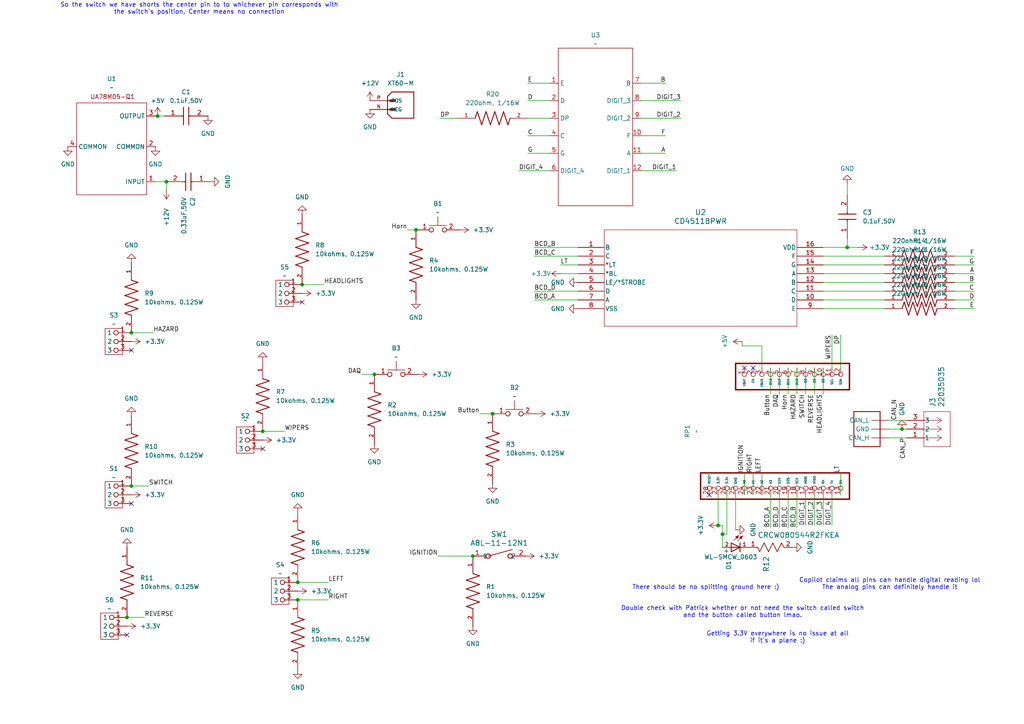
<source format=kicad_sch>
(kicad_sch (version 20231120) (generator "eeschema") (generator_version "8.0")
  (paper "A4")
  (lib_symbols
    (symbol "SMV_Custom:3-pin Mini Molex Spox" (pin_names (offset 0.254))
      (property "Reference" "J" (at 8.89 6.35 0))
      (property "Value" "22035035" (at -3.81 3.81 0))
      (property "Footprint" "SMV_Connectors:3pin_CON_22035035_MOL" (at 0 0 0))
      (symbol "3-pin Mini Molex Spox_1_1"
        (pin unspecified line (at 0 0 0) (length 5.08) (name "1") (number "1"))
        (pin unspecified line (at 0 -2.54 0) (length 5.08) (name "2") (number "2"))
        (pin unspecified line (at 0 -5.08 0) (length 5.08) (name "3") (number "3"))
      )
      (symbol "3-pin Mini Molex Spox_1_2"
        (pin unspecified line (at 0 0 0) (length 5.08) (name "1") (number "1"))
        (pin unspecified line (at 0 -2.54 0) (length 5.08) (name "2") (number "2"))
        (pin unspecified line (at 0 -5.08 0) (length 5.08) (name "3") (number "3"))
      )
    )
    (symbol "SMV_Custom:A8L-11-12N1" (pin_names (offset 0.254))
      (property "Reference" "SW" (at 7.62 3.81 0))
      (property "Value" "A8L-11-12N1" (at 0 0 0))
      (symbol "A8L-11-12N1_0_1"
        (pin passive line (at 0 0 0) (length 2.54) (name "1") (number "1"))
      )
      (symbol "A8L-11-12N1_1_1"
        (pin passive line (at 15.24 0 180) (length 2.54) (name "2") (number "2"))
      )
    )
    (symbol "SMV_Custom:C0805C104K5RACTU" (pin_names hide)
      (property "Reference" "C" (at 5.588 4.572 0))
      (property "Value" "0.1uF,50V" (at 8.89 3.81 0))
      (symbol "C0805C104K5RACTU_1_1"
        (pin passive line (at 0 0 0) (length 5.08) (name "1") (number "1"))
        (pin passive line (at 12.7 0 180) (length 5.08) (name "2") (number "2"))
      )
    )
    (symbol "SMV_Custom:C0805C334K5RACTU" (pin_names hide)
      (property "Reference" "C" (at 8.89 6.35 0))
      (property "Value" "0.33uF,50V" (at 8.89 3.81 0))
      (symbol "C0805C334K5RACTU_1_1"
        (pin passive line (at 0 0 0) (length 5.08) (name "1") (number "1"))
        (pin passive line (at 12.7 0 180) (length 5.08) (name "2") (number "2"))
      )
    )
    (symbol "SMV_Custom:CD4511BPWR" (pin_names (offset 0.254))
      (property "Reference" "U" (at 35.56 10.16 0))
      (property "Value" "CD4511BPWR" (at 35.56 7.62 0))
      (symbol "CD4511BPWR_0_1"
        (pin unspecified line (at 0 0 0) (length 7.62) (name "B") (number "1"))
        (pin unspecified line (at 71.12 -15.24 180) (length 7.62) (name "D") (number "10"))
        (pin unspecified line (at 71.12 -12.7 180) (length 7.62) (name "C") (number "11"))
        (pin unspecified line (at 71.12 -10.16 180) (length 7.62) (name "B") (number "12"))
        (pin unspecified line (at 71.12 -7.62 180) (length 7.62) (name "A") (number "13"))
        (pin unspecified line (at 71.12 -5.08 180) (length 7.62) (name "G") (number "14"))
        (pin unspecified line (at 71.12 -2.54 180) (length 7.62) (name "F") (number "15"))
        (pin power_in line (at 71.12 0 180) (length 7.62) (name "VDD") (number "16"))
        (pin unspecified line (at 0 -2.54 0) (length 7.62) (name "C") (number "2"))
        (pin unspecified line (at 0 -5.08 0) (length 7.62) (name "*LT") (number "3"))
        (pin unspecified line (at 0 -7.62 0) (length 7.62) (name "*BL") (number "4"))
        (pin unspecified line (at 0 -10.16 0) (length 7.62) (name "LE/*STROBE") (number "5"))
        (pin unspecified line (at 0 -12.7 0) (length 7.62) (name "D") (number "6"))
        (pin unspecified line (at 0 -15.24 0) (length 7.62) (name "A") (number "7"))
        (pin power_in line (at 0 -17.78 0) (length 7.62) (name "VSS") (number "8"))
        (pin unspecified line (at 71.12 -17.78 180) (length 7.62) (name "E") (number "9"))
      )
    )
    (symbol "SMV_Custom:CRCW0402220RFKEDC" (pin_names (offset 1.016))
      (property "Reference" "R" (at -7.6244 2.5415 0))
      (property "Value" "220ohm, 1/16W" (at -7.63 -5.0866 0))
      (symbol "CRCW0402220RFKEDC_0_0"
        (pin passive line (at -10.16 0 0) (length 5.08) (name "~") (number "1"))
        (pin passive line (at 10.16 0 180) (length 5.08) (name "~") (number "2"))
      )
    )
    (symbol "SMV_Custom:CRCW080510K0FKEAC" (pin_names (offset 1.016))
      (property "Reference" "R" (at -0.508 3.81 0))
      (property "Value" "10kohms, 0.125W" (at -7.63 -5.0866 0))
      (symbol "CRCW080510K0FKEAC_0_0"
        (pin passive line (at -10.16 0 0) (length 5.08) (name "~") (number "1"))
        (pin passive line (at 10.16 0 180) (length 5.08) (name "~") (number "2"))
      )
    )
    (symbol "SMV_Custom:CRCW080544R2FKEA" (pin_names (offset 0.254))
      (property "Reference" "R" (at 5.715 3.81 0))
      (property "Value" "CRCW080544R2FKEA" (at 6.35 -3.81 0))
      (symbol "CRCW080544R2FKEA_1_1"
        (pin unspecified line (at 12.7 0 180) (length 2.54) (name "") (number "1"))
        (pin unspecified line (at 0 0 0) (length 2.54) (name "") (number "2"))
      )
      (symbol "CRCW080544R2FKEA_1_2"
        (pin unspecified line (at 0 12.7 270) (length 2.54) (name "") (number "1"))
        (pin unspecified line (at 0 0 90) (length 2.54) (name "") (number "2"))
      )
    )
    (symbol "SMV_Custom:RP2040"
      (property "Reference" "RP" (at 0 39.37 0))
      (symbol "RP2040_1_0"
        (pin passive inverted (at 17.78 21.59 180) (length 2.54) (name "VBAT") (number "1"))
        (pin passive inverted (at 17.78 -1.27 180) (length 2.54) (name "D5") (number "10"))
        (pin passive inverted (at 17.78 -3.81 180) (length 2.54) (name "SCL") (number "11"))
        (pin passive inverted (at 17.78 -6.35 180) (length 2.54) (name "SDA") (number "12"))
        (pin passive inverted (at -19.05 -6.35 0) (length 2.54) (name "D4") (number "13"))
        (pin passive inverted (at -19.05 -3.81 0) (length 2.54) (name "TX") (number "14"))
        (pin passive inverted (at -19.05 -1.27 0) (length 2.54) (name "RX") (number "15"))
        (pin passive inverted (at -19.05 1.27 0) (length 2.54) (name "MISO") (number "16"))
        (pin passive inverted (at -19.05 3.81 0) (length 2.54) (name "MOSI") (number "17"))
        (pin passive inverted (at -19.05 6.35 0) (length 2.54) (name "SCK") (number "18"))
        (pin passive inverted (at -19.05 8.89 0) (length 2.54) (name "D25") (number "19"))
        (pin passive inverted (at 17.78 19.05 180) (length 2.54) (name "EN") (number "2"))
        (pin passive inverted (at -19.05 11.43 0) (length 2.54) (name "D24") (number "20"))
        (pin passive inverted (at -19.05 13.97 0) (length 2.54) (name "A3") (number "21"))
        (pin passive inverted (at -19.05 16.51 0) (length 2.54) (name "A2") (number "22"))
        (pin passive inverted (at -19.05 19.05 0) (length 2.54) (name "A1") (number "23"))
        (pin passive inverted (at -19.05 21.59 0) (length 2.54) (name "A0") (number "24"))
        (pin passive inverted (at -19.05 24.13 0) (length 2.54) (name "GND") (number "25"))
        (pin passive inverted (at -19.05 26.67 0) (length 2.54) (name "3.3V") (number "26"))
        (pin passive inverted (at -19.05 29.21 0) (length 2.54) (name "3.3V") (number "27"))
        (pin passive inverted (at -19.05 31.75 0) (length 2.54) (name "RESET") (number "28"))
        (pin passive line (at 2.54 -20.32 90) (length 5.08) (name "CAN_L") (number "29"))
        (pin passive inverted (at 17.78 16.51 180) (length 2.54) (name "VBUS") (number "3"))
        (pin passive line (at 0 -20.32 90) (length 5.08) (name "GND") (number "30"))
        (pin passive line (at -2.54 -20.32 90) (length 5.08) (name "CAN_H") (number "31"))
        (pin passive inverted (at 17.78 13.97 180) (length 2.54) (name "D13") (number "4"))
        (pin passive inverted (at 17.78 11.43 180) (length 2.54) (name "D12") (number "5"))
        (pin passive inverted (at 17.78 8.89 180) (length 2.54) (name "D11") (number "6"))
        (pin passive inverted (at 17.78 6.35 180) (length 2.54) (name "D10") (number "7"))
        (pin passive inverted (at 17.78 3.81 180) (length 2.54) (name "D9") (number "8"))
        (pin passive inverted (at 17.78 1.27 180) (length 2.54) (name "D6") (number "9"))
      )
    )
    (symbol "SMV_Custom:Seven_Seg_Display"
      (property "Reference" "U" (at 0 9.398 0))
      (symbol "Seven_Seg_Display_1_1"
        (pin input line (at -12.7 -24.13 90) (length 2.54) (name "E") (number "1"))
        (pin input line (at 2.54 2.54 270) (length 2.54) (name "F") (number "10"))
        (pin input line (at 7.62 2.54 270) (length 2.54) (name "A") (number "11"))
        (pin input line (at 12.7 2.54 270) (length 2.54) (name "DIGIT_1") (number "12"))
        (pin input line (at -7.62 -24.13 90) (length 2.54) (name "D") (number "2"))
        (pin input line (at -2.54 -24.13 90) (length 2.54) (name "DP") (number "3"))
        (pin input line (at 2.54 -24.13 90) (length 2.54) (name "C") (number "4"))
        (pin input line (at 7.62 -24.13 90) (length 2.54) (name "G") (number "5"))
        (pin input line (at 12.7 -24.13 90) (length 2.54) (name "DIGIT_4") (number "6"))
        (pin input line (at -12.7 2.54 270) (length 2.54) (name "B") (number "7"))
        (pin input line (at -7.62 2.54 270) (length 2.54) (name "DIGIT_3") (number "8"))
        (pin input line (at -2.54 2.54 270) (length 2.54) (name "DIGIT_2") (number "9"))
      )
    )
    (symbol "SMV_Custom:Twidec_Button"
      (property "Reference" "B" (at 0 3.556 0))
      (symbol "Twidec_Button_1_0"
        (pin passive inverted (at -6.35 -2.54 0) (length 5.08) (name "1") (number "1"))
        (pin passive inverted (at 6.35 -2.54 180) (length 5.08) (name "2") (number "2"))
      )
    )
    (symbol "SMV_Custom:UA78M05-Q1"
      (property "Reference" "U" (at 0 3.302 0))
      (symbol "UA78M05-Q1_1_1"
        (text "UA78M05-Q1" (at 0.254 0.508 0) (effects (font (size 1.27 1.27))))
        (pin power_in line (at 12.7 -24.13 180) (length 2.54) (name "INPUT") (number "1"))
        (pin power_in line (at 12.7 -13.97 180) (length 2.54) (name "COMMON") (number "2"))
        (pin power_out line (at 12.7 -5.08 180) (length 2.54) (name "OUTPUT") (number "3"))
        (pin power_in line (at -12.7 -13.97 0) (length 2.54) (name "COMMON") (number "4"))
      )
    )
    (symbol "SMV_Custom:WL-SMCW_0603" (pin_names (offset 1.016))
      (property "Reference" "D" (at -1.988 3.972 0))
      (property "Value" "WL-SMCW_0603" (at -2.628 -3.928 0))
      (symbol "WL-SMCW_0603_0_0"
        (text "+" (at 3.08 -1.74 0) (effects (font (size 1.27 1.27)) (justify left bottom)))
        (pin passive line (at -2.54 0 0) (length 2.54) (name "~") (number "1"))
        (pin passive line (at 5.08 0 180) (length 2.54) (name "~") (number "2"))
      )
    )
    (symbol "SMV_Custom:XT60-M" (pin_names (offset 1.016))
      (property "Reference" "J" (at 0 6.35 0))
      (property "Value" "XT60-M" (at 0 -5.08 0))
      (symbol "XT60-M_0_0"
        (pin passive line (at -5.08 0 0) (length 5.08) (name "NEG") (number "N"))
        (pin passive line (at -5.08 2.54 0) (length 5.08) (name "POS") (number "P"))
      )
    )
    (symbol "TAISS_3_Pin_Switch_1"
      (property "Reference" "S" (at 0 6.096 0))
      (symbol "TAISS_3_Pin_Switch_1_1_0"
        (pin passive inverted (at 5.08 3.81 180) (length 5.08) (name "1") (number "1"))
        (pin passive inverted (at 5.08 1.27 180) (length 5.08) (name "2") (number "2"))
        (pin passive inverted (at 5.08 -1.27 180) (length 5.08) (name "3") (number "3"))
      )
    )
    (symbol "TAISS_3_Pin_Switch_2"
      (property "Reference" "S" (at 0 6.096 0))
      (symbol "TAISS_3_Pin_Switch_2_1_0"
        (pin passive inverted (at 5.08 3.81 180) (length 5.08) (name "1") (number "1"))
        (pin passive inverted (at 5.08 1.27 180) (length 5.08) (name "2") (number "2"))
        (pin passive inverted (at 5.08 -1.27 180) (length 5.08) (name "3") (number "3"))
      )
    )
    (symbol "TAISS_3_Pin_Switch_3"
      (property "Reference" "S" (at 0 6.096 0))
      (symbol "TAISS_3_Pin_Switch_3_1_0"
        (pin passive inverted (at 5.08 3.81 180) (length 5.08) (name "1") (number "1"))
        (pin passive inverted (at 5.08 1.27 180) (length 5.08) (name "2") (number "2"))
        (pin passive inverted (at 5.08 -1.27 180) (length 5.08) (name "3") (number "3"))
      )
    )
    (symbol "TAISS_3_Pin_Switch_4"
      (property "Reference" "S" (at 0 6.096 0))
      (symbol "TAISS_3_Pin_Switch_4_1_0"
        (pin passive inverted (at 5.08 3.81 180) (length 5.08) (name "1") (number "1"))
        (pin passive inverted (at 5.08 1.27 180) (length 5.08) (name "2") (number "2"))
        (pin passive inverted (at 5.08 -1.27 180) (length 5.08) (name "3") (number "3"))
      )
    )
    (symbol "TAISS_3_Pin_Switch_5"
      (property "Reference" "S" (at 0 6.096 0))
      (symbol "TAISS_3_Pin_Switch_5_1_0"
        (pin passive inverted (at 5.08 3.81 180) (length 5.08) (name "1") (number "1"))
        (pin passive inverted (at 5.08 1.27 180) (length 5.08) (name "2") (number "2"))
        (pin passive inverted (at 5.08 -1.27 180) (length 5.08) (name "3") (number "3"))
      )
    )
    (symbol "TAISS_3_Pin_Switch_6"
      (property "Reference" "S" (at 0 6.096 0))
      (symbol "TAISS_3_Pin_Switch_6_1_0"
        (pin passive inverted (at 5.08 3.81 180) (length 5.08) (name "1") (number "1"))
        (pin passive inverted (at 5.08 1.27 180) (length 5.08) (name "2") (number "2"))
        (pin passive inverted (at 5.08 -1.27 180) (length 5.08) (name "3") (number "3"))
      )
    )
    (symbol "power:+12V" (power) (pin_numbers hide) (pin_names (offset 0) hide)
      (property "Value" "+12V" (at 0 3.556 0))
      (symbol "+12V_1_1"
        (pin power_in line (at 0 0 90) (length 0) (name "~") (number "1"))
      )
    )
    (symbol "power:+3.3V" (power) (pin_numbers hide) (pin_names (offset 0) hide)
      (property "Value" "+3.3V" (at 0 3.556 0))
      (symbol "+3.3V_1_1"
        (pin power_in line (at 0 0 90) (length 0) (name "~") (number "1"))
      )
    )
    (symbol "power:+5V" (power) (pin_numbers hide) (pin_names (offset 0) hide)
      (property "Value" "+5V" (at 0 3.556 0))
      (symbol "+5V_1_1"
        (pin power_in line (at 0 0 90) (length 0) (name "~") (number "1"))
      )
    )
    (symbol "power:GND" (power) (pin_numbers hide) (pin_names (offset 0) hide)
      (property "Value" "GND" (at 0 -3.81 0))
      (symbol "GND_1_1"
        (pin power_in line (at 0 0 270) (length 0) (name "~") (number "1"))
      )
    )
  )
  (junction (at 87.63 82.55))
  (junction (at 261.62 124.46))
  (junction (at 137.16 161.29))
  (junction (at 38.1 140.97))
  (junction (at 45.72 33.655))
  (junction (at 86.36 173.99))
  (junction (at 86.36 168.91))
  (junction (at 208.28 152.4))
  (junction (at 76.2 125.095))
  (junction (at 36.83 179.07))
  (junction (at 38.1 96.52))
  (junction (at 245.745 71.755))
  (junction (at 142.875 120.015))
  (junction (at 120.65 66.675))
  (junction (at 108.585 108.585))
  (junction (at 48.26 52.705))
  (junction (at 209.55 154.94))
  (no_connect (at 76.2 130.175))
  (no_connect (at 87.63 87.63))
  (no_connect (at 36.83 184.15))
  (no_connect (at 205.74 143.51))
  (no_connect (at 215.9 106.68))
  (no_connect (at 38.1 101.6))
  (no_connect (at 38.1 146.05))
  (no_connect (at 218.44 106.68))
  (wire (pts (xy 154.94 84.455) (xy 167.64 84.455)))
  (wire (pts (xy 162.56 79.375) (xy 167.64 79.375)))
  (wire (pts (xy 218.44 137.16) (xy 218.44 143.51)))
  (wire (pts (xy 209.55 152.4) (xy 209.55 154.94)))
  (wire (pts (xy 45.085 33.655) (xy 45.72 33.655)))
  (wire (pts (xy 257.81 127) (xy 262.89 127)))
  (wire (pts (xy 209.55 154.94) (xy 210.82 154.94)))
  (wire (pts (xy 231.14 143.51) (xy 231.14 153.035)))
  (wire (pts (xy 223.52 143.51) (xy 223.52 153.035)))
  (wire (pts (xy 159.385 29.21) (xy 153.035 29.21)))
  (wire (pts (xy 48.26 52.705) (xy 48.26 55.245)))
  (wire (pts (xy 76.2 125.095) (xy 82.55 125.095)))
  (wire (pts (xy 139.065 120.015) (xy 142.875 120.015)))
  (wire (pts (xy 154.94 86.995) (xy 167.64 86.995)))
  (wire (pts (xy 220.98 137.16) (xy 220.98 143.51)))
  (wire (pts (xy 243.84 137.16) (xy 243.84 143.51)))
  (wire (pts (xy 276.86 89.535) (xy 282.575 89.535)))
  (wire (pts (xy 243.84 97.155) (xy 243.84 106.68)))
  (wire (pts (xy 215.265 100.33) (xy 220.98 100.33)))
  (wire (pts (xy 226.06 106.68) (xy 226.06 114.3)))
  (wire (pts (xy 38.1 96.52) (xy 44.45 96.52)))
  (wire (pts (xy 104.775 108.585) (xy 108.585 108.585)))
  (wire (pts (xy 276.86 86.995) (xy 282.575 86.995)))
  (wire (pts (xy 153.035 34.29) (xy 159.385 34.29)))
  (wire (pts (xy 238.76 74.295) (xy 256.54 74.295)))
  (wire (pts (xy 238.76 89.535) (xy 256.54 89.535)))
  (wire (pts (xy 162.56 76.835) (xy 167.64 76.835)))
  (wire (pts (xy 276.86 84.455) (xy 282.575 84.455)))
  (wire (pts (xy 213.36 153.67) (xy 213.36 143.51)))
  (wire (pts (xy 38.1 140.97) (xy 43.18 140.97)))
  (wire (pts (xy 238.76 79.375) (xy 256.54 79.375)))
  (wire (pts (xy 154.94 74.295) (xy 167.64 74.295)))
  (wire (pts (xy 209.55 154.94) (xy 209.55 158.75)))
  (wire (pts (xy 238.76 81.915) (xy 256.54 81.915)))
  (wire (pts (xy 231.14 106.68) (xy 231.14 114.3)))
  (wire (pts (xy 233.68 106.68) (xy 233.68 114.3)))
  (wire (pts (xy 45.085 52.705) (xy 48.26 52.705)))
  (wire (pts (xy 36.83 179.07) (xy 41.91 179.07)))
  (wire (pts (xy 238.76 84.455) (xy 256.54 84.455)))
  (wire (pts (xy 86.36 168.91) (xy 95.25 168.91)))
  (wire (pts (xy 245.745 71.755) (xy 238.76 71.755)))
  (wire (pts (xy 228.6 143.51) (xy 228.6 153.035)))
  (wire (pts (xy 186.055 24.13) (xy 193.04 24.13)))
  (wire (pts (xy 248.92 71.755) (xy 245.745 71.755)))
  (wire (pts (xy 193.04 44.45) (xy 186.055 44.45)))
  (wire (pts (xy 186.055 29.21) (xy 197.485 29.21)))
  (wire (pts (xy 153.035 44.45) (xy 159.385 44.45)))
  (wire (pts (xy 241.3 143.51) (xy 241.3 152.4)))
  (wire (pts (xy 257.81 124.46) (xy 261.62 124.46)))
  (wire (pts (xy 238.76 76.835) (xy 256.54 76.835)))
  (wire (pts (xy 276.86 81.915) (xy 282.575 81.915)))
  (wire (pts (xy 127.635 34.29) (xy 132.715 34.29)))
  (wire (pts (xy 223.52 106.68) (xy 223.52 114.3)))
  (wire (pts (xy 261.62 124.46) (xy 262.89 124.46)))
  (wire (pts (xy 226.06 143.51) (xy 226.06 153.035)))
  (wire (pts (xy 245.745 69.215) (xy 245.745 71.755)))
  (wire (pts (xy 276.86 76.835) (xy 282.575 76.835)))
  (wire (pts (xy 228.6 106.68) (xy 228.6 114.3)))
  (wire (pts (xy 159.385 39.37) (xy 153.035 39.37)))
  (wire (pts (xy 241.3 97.155) (xy 241.3 106.68)))
  (wire (pts (xy 245.745 53.34) (xy 245.745 56.515)))
  (wire (pts (xy 210.82 154.94) (xy 210.82 143.51)))
  (wire (pts (xy 215.9 137.16) (xy 215.9 143.51)))
  (wire (pts (xy 236.22 106.68) (xy 236.22 114.3)))
  (wire (pts (xy 215.265 100.33) (xy 215.265 99.06)))
  (wire (pts (xy 159.385 24.13) (xy 153.035 24.13)))
  (wire (pts (xy 150.495 49.53) (xy 159.385 49.53)))
  (wire (pts (xy 276.86 79.375) (xy 282.575 79.375)))
  (wire (pts (xy 208.28 152.4) (xy 209.55 152.4)))
  (wire (pts (xy 186.055 49.53) (xy 196.215 49.53)))
  (wire (pts (xy 220.98 100.33) (xy 220.98 106.68)))
  (wire (pts (xy 87.63 82.55) (xy 93.98 82.55)))
  (wire (pts (xy 233.68 143.51) (xy 233.68 152.4)))
  (wire (pts (xy 208.28 152.4) (xy 208.28 143.51)))
  (wire (pts (xy 154.94 71.755) (xy 167.64 71.755)))
  (wire (pts (xy 276.86 74.295) (xy 282.575 74.295)))
  (wire (pts (xy 238.76 143.51) (xy 238.76 152.4)))
  (wire (pts (xy 118.11 66.675) (xy 120.65 66.675)))
  (wire (pts (xy 86.36 173.99) (xy 95.25 173.99)))
  (wire (pts (xy 127 161.29) (xy 137.16 161.29)))
  (wire (pts (xy 257.81 121.92) (xy 262.89 121.92)))
  (wire (pts (xy 193.04 39.37) (xy 186.055 39.37)))
  (wire (pts (xy 238.76 106.68) (xy 238.76 114.3)))
  (wire (pts (xy 45.72 33.655) (xy 47.625 33.655)))
  (wire (pts (xy 238.76 86.995) (xy 256.54 86.995)))
  (wire (pts (xy 186.055 34.29) (xy 197.485 34.29)))
  (wire (pts (xy 236.22 143.51) (xy 236.22 152.4)))
  (text "Getting 3.3V everywhere is no issue at all\nif it's a plane :)" (at 225.552 184.912 0) (effects (font (size 1.27 1.27))))
  (text "I'm relatively confident that I can alter the footprint sizes, even after\nI finish the pcb layout. So finish the project during winter break.\nFix all footprints during week 1.\n" (at 60.579 -9.906 0) (effects (font (size 1.27 1.27))))
  (text "There should be no splitting ground here :)" (at 204.724 170.434 0) (effects (font (size 1.27 1.27))))
  (text "Copilot claims all pins can handle digital reading lol\nThe analog pins can definitely handle it" (at 258.064 169.418 0) (effects (font (size 1.27 1.27))))
  (text "Double check with Patrick whether or not need the switch called switch\nand the button called button lmao." (at 215.392 177.546 0) (effects (font (size 1.27 1.27))))
  (text "So the switch we have shorts the center pin to to whichever pin corresponds with\nthe switch's position. Center means no connection" (at 57.785 2.54 0) (effects (font (size 1.27 1.27))))
  (label "Button" (at 223.52 114.3 270))
  (label "A" (at 282.575 79.375 180))
  (label "D" (at 153.035 29.21 0))
  (label "DAQ" (at 104.775 108.585 180))
  (label "C" (at 282.575 84.455 180))
  (label "BCD_A" (at 154.94 86.995 0))
  (label "RIGHT" (at 95.25 173.99 0))
  (label "BCD_C" (at 154.94 74.295 0))
  (label "SWITCH" (at 43.18 140.97 0))
  (label "IGNITION" (at 127 161.29 180))
  (label "REVERSE" (at 41.91 179.07 0))
  (label "BCD_D" (at 154.94 84.455 0))
  (label "B" (at 193.04 24.13 180))
  (label "BCD_D" (at 226.06 153.035 90))
  (label "DP" (at 127.635 34.29 0))
  (label "IGNITION" (at 215.9 137.16 90))
  (label "RIGHT" (at 218.44 137.16 90))
  (label "DIGIT_2" (at 197.485 34.29 180))
  (label "HAZARD" (at 44.45 96.52 0))
  (label "HAZARD" (at 231.14 114.3 270))
  (label "E" (at 153.035 24.13 0))
  (label "B" (at 282.575 81.915 180))
  (label "DIGIT_1" (at 196.215 49.53 180))
  (label "F" (at 282.575 74.295 180))
  (label "REVERSE" (at 236.22 114.3 270))
  (label "DIGIT_4" (at 150.495 49.53 0))
  (label "DIGIT_3" (at 238.76 152.4 90))
  (label "BCD_B" (at 231.14 153.035 90))
  (label "D" (at 282.575 86.995 180))
  (label "DIGIT_2" (at 236.22 152.4 90))
  (label "WIPERS" (at 241.3 97.155 270))
  (label "LT" (at 162.56 76.835 0))
  (label "BCD_C" (at 228.6 153.035 90))
  (label "F" (at 193.04 39.37 180))
  (label "LEFT" (at 95.25 168.91 0))
  (label "Button" (at 139.065 120.015 180))
  (label "DAQ" (at 226.06 114.3 270))
  (label "E" (at 282.575 89.535 180))
  (label "CAN_N" (at 260.35 121.92 90))
  (label "BCD_B" (at 154.94 71.755 0))
  (label "BCD_A" (at 223.52 153.035 90))
  (label "WIPERS" (at 82.55 125.095 0))
  (label "CAN_P" (at 262.89 127 270))
  (label "DP" (at 243.84 97.155 270))
  (label "DIGIT_3" (at 197.485 29.21 180))
  (label "DIGIT_4" (at 241.3 152.4 90))
  (label "G" (at 282.575 76.835 180))
  (label "HEADLIGHTS" (at 93.98 82.55 0))
  (label "LT" (at 243.84 137.16 90))
  (label "HEADLIGHTS" (at 238.76 114.3 270))
  (label "C" (at 153.035 39.37 0))
  (label "DIGIT_1" (at 233.68 152.4 90))
  (label "G" (at 153.035 44.45 0))
  (label "Horn" (at 228.6 114.3 270))
  (label "SWITCH" (at 233.68 114.3 270))
  (label "Horn" (at 118.11 66.675 180))
  (label "A" (at 193.04 44.45 180))
  (label "LEFT" (at 220.98 137.16 90))
  (symbol (lib_id "SMV_Custom:CRCW0402220RFKEDC") (at 266.7 84.455 0) (unit 1)
    (property "Reference" "R17" (at 266.7 77.47 0))
    (property "Value" "220ohm, 1/16W" (at 266.7 80.01 0))
    (property "Footprint" "SMV_Passives:RESC1005X35N" (effects (hide yes)))
  )
  (symbol (lib_id "SMV_Custom:CRCW0402220RFKEDC") (at 266.7 89.535 0) (unit 1)
    (property "Reference" "R19" (at 266.7 82.55 0))
    (property "Value" "220ohm, 1/16W" (at 266.7 85.09 0))
    (property "Footprint" "SMV_Passives:RESC1005X35N" (effects (hide yes)))
  )
  (symbol (lib_id "power:+3.3V") (at 121.285 108.585 270) (unit 1)
    (property "Reference" "#PWR013" (effects (hide yes)))
    (property "Value" "+3.3V" (at 125.095 108.5849 90) (effects (justify left)))
    (property "Description" "Power symbol creates a global label with name \"+3.3V\"" (effects (hide yes)))
  )
  (symbol (lib_id "power:+12V") (at 107.315 29.21 0) (unit 1)
    (property "Reference" "#PWR033" (effects (hide yes)))
    (property "Value" "+12V" (at 107.315 24.13 0))
    (property "Description" "Power symbol creates a global label with name \"+12V\"" (effects (hide yes)))
  )
  (symbol (lib_id "SMV_Custom:3-pin Mini Molex Spox") (at 262.89 127 0) (mirror x) (unit 1)
    (property "Reference" "J3" (at 270.5099 118.11 90) (effects (font (size 1.524 1.524)) (justify right)))
    (property "Value" "22035035" (at 273.0499 118.11 90) (effects (font (size 1.524 1.524)) (justify right)))
    (property "Footprint" "SMV_Connectors:3pin_CON_22035035_MOL" (effects (hide yes)))
    (property "Datasheet" "3-pin Mini Molex Spox" (effects (hide yes)))
  )
  (symbol (lib_id "power:+3.3V") (at 208.28 152.4 90) (unit 1)
    (property "Reference" "#PWR09" (effects (hide yes)))
    (property "Value" "+3.3V" (at 203.2 152.4 0))
    (property "Description" "Power symbol creates a global label with name \"+3.3V\"" (effects (hide yes)))
  )
  (symbol (lib_id "power:GND") (at 38.1 120.65 180) (unit 1)
    (property "Reference" "#PWR028" (effects (hide yes)))
    (property "Value" "GND" (at 38.1 115.57 0))
    (property "Description" "Power symbol creates a global label with name \"GND\" , ground" (effects (hide yes)))
  )
  (symbol (lib_name "TAISS_3_Pin_Switch_6") (lib_id "SMV_Custom:TAISS_3_Pin_Switch") (at 81.28 172.72 0) (unit 1)
    (property "Reference" "S4" (at 81.28 163.83 0))
    (property "Value" "~" (at 81.28 166.37 0))
    (property "Footprint" "SMV_Connectors:Switches" (effects (hide yes)))
  )
  (symbol (lib_id "power:+3.3V") (at 36.83 181.61 270) (unit 1)
    (property "Reference" "#PWR024" (effects (hide yes)))
    (property "Value" "+3.3V" (at 40.64 181.6099 90) (effects (justify left)))
    (property "Description" "Power symbol creates a global label with name \"+3.3V\"" (effects (hide yes)))
  )
  (symbol (lib_id "power:GND") (at 86.36 194.31 0) (unit 1)
    (property "Reference" "#PWR026" (effects (hide yes)))
    (property "Value" "GND" (at 86.36 199.39 0))
    (property "Description" "Power symbol creates a global label with name \"GND\" , ground" (effects (hide yes)))
  )
  (symbol (lib_id "SMV_Custom:CRCW0402220RFKEDC") (at 142.875 34.29 0) (unit 1)
    (property "Reference" "R20" (at 142.875 27.305 0))
    (property "Value" "220ohm, 1/16W" (at 142.875 29.845 0))
    (property "Footprint" "SMV_Passives:RESC1005X35N" (effects (hide yes)))
  )
  (symbol (lib_id "power:GND") (at 76.2 104.775 180) (unit 1)
    (property "Reference" "#PWR031" (effects (hide yes)))
    (property "Value" "GND" (at 76.2 99.695 0))
    (property "Description" "Power symbol creates a global label with name \"GND\" , ground" (effects (hide yes)))
  )
  (symbol (lib_id "SMV_Custom:Seven_Seg_Display") (at 183.515 36.83 270) (unit 1)
    (property "Reference" "U3" (at 172.72 10.16 90))
    (property "Value" "~" (at 172.72 12.7 90))
    (property "Footprint" "SMV_ICs:Seven_Seg_display" (effects (hide yes)))
  )
  (symbol (lib_id "SMV_Custom:CRCW0402220RFKEDC") (at 266.7 79.375 0) (unit 1)
    (property "Reference" "R15" (at 266.7 72.39 0))
    (property "Value" "220ohm, 1/16W" (at 266.7 74.93 0))
    (property "Footprint" "SMV_Passives:RESC1005X35N" (effects (hide yes)))
  )
  (symbol (lib_id "SMV_Custom:CRCW0402220RFKEDC") (at 266.7 74.295 0) (unit 1)
    (property "Reference" "R13" (at 266.7 67.31 0))
    (property "Value" "220ohm, 1/16W" (at 266.7 69.85 0))
    (property "Footprint" "SMV_Passives:RESC1005X35N" (effects (hide yes)))
  )
  (symbol (lib_id "SMV_Custom:CRCW080510K0FKEAC") (at 38.1 86.36 270) (unit 1)
    (property "Reference" "R9" (at 41.91 85.0899 90) (effects (justify left)))
    (property "Value" "10kohms, 0.125W" (at 41.91 87.6299 90) (effects (justify left)))
    (property "Footprint" "SMV_Passives:0805RESC2012X60N" (effects (hide yes)))
    (property "MF" "Vishay Dale" (effects (hide yes)))
    (property "Description_1" "\n                        \n                            10 kOhms ±1% 0.125W, 1/8W Chip Resistor 0805 (2012 Metric) - Thick Film\n                        \n" (effects (hide yes)))
    (property "Package" "2012 Vishay" (effects (hide yes)))
    (property "Price" "None" (effects (hide yes)))
    (property "SnapEDA_Link" "https://www.snapeda.com/parts/CRCW080510K0FKEAC/Vishay+Dale/view-part/?ref=snap" (effects (hide yes)))
    (property "MP" "CRCW080510K0FKEAC" (effects (hide yes)))
    (property "Availability" "In Stock" (effects (hide yes)))
    (property "Check_prices" "https://www.snapeda.com/parts/CRCW080510K0FKEAC/Vishay+Dale/view-part/?ref=eda" (effects (hide yes)))
  )
  (symbol (lib_id "power:GND") (at 261.62 124.46 180) (unit 1)
    (property "Reference" "#PWR07" (effects (hide yes)))
    (property "Value" "GND" (at 261.6199 120.65 90) (effects (justify right)))
    (property "Description" "Power symbol creates a global label with name \"GND\" , ground" (effects (hide yes)))
  )
  (symbol (lib_id "power:GND") (at 86.36 148.59 180) (unit 1)
    (property "Reference" "#PWR025" (effects (hide yes)))
    (property "Value" "GND" (at 86.36 143.51 0))
    (property "Description" "Power symbol creates a global label with name \"GND\" , ground" (effects (hide yes)))
  )
  (symbol (lib_id "power:+3.3V") (at 86.36 171.45 270) (unit 1)
    (property "Reference" "#PWR021" (effects (hide yes)))
    (property "Value" "+3.3V" (at 90.17 171.4499 90) (effects (justify left)))
    (property "Description" "Power symbol creates a global label with name \"+3.3V\"" (effects (hide yes)))
  )
  (symbol (lib_name "TAISS_3_Pin_Switch_3") (lib_id "SMV_Custom:TAISS_3_Pin_Switch") (at 31.75 182.88 0) (unit 1)
    (property "Reference" "S6" (at 31.75 173.99 0))
    (property "Value" "~" (at 31.75 176.53 0))
    (property "Footprint" "SMV_Connectors:Switches" (effects (hide yes)))
  )
  (symbol (lib_id "power:GND") (at 213.36 153.67 90) (unit 1)
    (property "Reference" "#PWR010" (effects (hide yes)))
    (property "Value" "GND" (at 218.44 153.67 0))
    (property "Description" "Power symbol creates a global label with name \"GND\" , ground" (effects (hide yes)))
  )
  (symbol (lib_id "SMV_Custom:CRCW080510K0FKEAC") (at 38.1 130.81 270) (unit 1)
    (property "Reference" "R10" (at 41.91 129.5399 90) (effects (justify left)))
    (property "Value" "10kohms, 0.125W" (at 41.91 132.0799 90) (effects (justify left)))
    (property "Footprint" "SMV_Passives:0805RESC2012X60N" (effects (hide yes)))
    (property "MF" "Vishay Dale" (effects (hide yes)))
    (property "Description_1" "\n                        \n                            10 kOhms ±1% 0.125W, 1/8W Chip Resistor 0805 (2012 Metric) - Thick Film\n                        \n" (effects (hide yes)))
    (property "Package" "2012 Vishay" (effects (hide yes)))
    (property "Price" "None" (effects (hide yes)))
    (property "SnapEDA_Link" "https://www.snapeda.com/parts/CRCW080510K0FKEAC/Vishay+Dale/view-part/?ref=snap" (effects (hide yes)))
    (property "MP" "CRCW080510K0FKEAC" (effects (hide yes)))
    (property "Availability" "In Stock" (effects (hide yes)))
    (property "Check_prices" "https://www.snapeda.com/parts/CRCW080510K0FKEAC/Vishay+Dale/view-part/?ref=eda" (effects (hide yes)))
  )
  (symbol (lib_id "power:GND") (at 107.315 31.75 0) (unit 1)
    (property "Reference" "#PWR034" (effects (hide yes)))
    (property "Value" "GND" (at 107.315 36.83 0))
    (property "Description" "Power symbol creates a global label with name \"GND\" , ground" (effects (hide yes)))
  )
  (symbol (lib_id "SMV_Custom:CRCW080510K0FKEAC") (at 87.63 72.39 270) (unit 1)
    (property "Reference" "R8" (at 91.44 71.1199 90) (effects (justify left)))
    (property "Value" "10kohms, 0.125W" (at 91.44 73.6599 90) (effects (justify left)))
    (property "Footprint" "SMV_Passives:0805RESC2012X60N" (effects (hide yes)))
    (property "MF" "Vishay Dale" (effects (hide yes)))
    (property "Description_1" "\n                        \n                            10 kOhms ±1% 0.125W, 1/8W Chip Resistor 0805 (2012 Metric) - Thick Film\n                        \n" (effects (hide yes)))
    (property "Package" "2012 Vishay" (effects (hide yes)))
    (property "Price" "None" (effects (hide yes)))
    (property "SnapEDA_Link" "https://www.snapeda.com/parts/CRCW080510K0FKEAC/Vishay+Dale/view-part/?ref=snap" (effects (hide yes)))
    (property "MP" "CRCW080510K0FKEAC" (effects (hide yes)))
    (property "Availability" "In Stock" (effects (hide yes)))
    (property "Check_prices" "https://www.snapeda.com/parts/CRCW080510K0FKEAC/Vishay+Dale/view-part/?ref=eda" (effects (hide yes)))
  )
  (symbol (lib_id "SMV_Custom:C0805C334K5RACTU") (at 60.96 52.705 180) (unit 1)
    (property "Reference" "C2" (at 55.8801 57.15 90) (effects (justify left)))
    (property "Value" "0.33uF,50V" (at 53.3401 57.15 90) (effects (justify left)))
    (property "Footprint" "SMV_Passives:Cap0805" (effects (hide yes)))
    (property "Datasheet" "https://content.kemet.com/datasheets/KEM_C1002_X7R_SMD.pdf" (effects (hide yes)))
    (property "Description" "SMD Comm X7R, Ceramic, 0.33 uF, 10%, 50 VDC, 125 VDC, 125C, -55C, X7R, SMD, MLCC, Temperature Stable, Class II, 2.5 % , 1.5152 GOhms, 13 mg, 0805, 2mm, 1.25mm, 0.9mm, 0.75mm, 0.5mm, 4000, 78  Weeks, 80" (effects (hide yes)))
    (property "Height" "1.1" (effects (hide yes)))
    (property "Manufacturer_Name" "KEMET" (effects (hide yes)))
    (property "Manufacturer_Part_Number" "C0805C334K5RACTU" (effects (hide yes)))
    (property "Mouser Part Number" "80-C0805C334K5R" (effects (hide yes)))
    (property "Mouser Price/Stock" "https://www.mouser.co.uk/ProductDetail/KEMET/C0805C334K5RACTU?qs=nRD1PKnFC2Hh3tSy%2FGeH2Q%3D%3D" (effects (hide yes)))
    (property "Arrow Part Number" "C0805C334K5RACTU" (effects (hide yes)))
    (property "Arrow Price/Stock" "https://www.arrow.com/en/products/c0805c334k5ractu/kemet-corporation?region=nac" (effects (hide yes)))
  )
  (symbol (lib_id "power:GND") (at 229.87 158.75 90) (unit 1)
    (property "Reference" "#PWR032" (effects (hide yes)))
    (property "Value" "GND" (at 234.95 158.75 0))
    (property "Description" "Power symbol creates a global label with name \"GND\" , ground" (effects (hide yes)))
  )
  (symbol (lib_id "power:GND") (at 167.64 89.535 270) (unit 1)
    (property "Reference" "#PWR039" (effects (hide yes)))
    (property "Value" "GND" (at 163.83 89.5349 90) (effects (justify right)))
    (property "Description" "Power symbol creates a global label with name \"GND\" , ground" (effects (hide yes)))
  )
  (symbol (lib_id "power:GND") (at 137.16 181.61 0) (unit 1)
    (property "Reference" "#PWR012" (effects (hide yes)))
    (property "Value" "GND" (at 137.16 186.69 0))
    (property "Description" "Power symbol creates a global label with name \"GND\" , ground" (effects (hide yes)))
  )
  (symbol (lib_id "power:GND") (at 60.96 52.705 90) (unit 1)
    (property "Reference" "#PWR046" (effects (hide yes)))
    (property "Value" "GND" (at 66.04 52.705 0))
    (property "Description" "Power symbol creates a global label with name \"GND\" , ground" (effects (hide yes)))
  )
  (symbol (lib_id "SMV_Custom:RP2040") (at 237.49 124.46 90) (unit 1)
    (property "Reference" "RP1" (at 199.39 125.095 0))
    (property "Value" "~" (at 201.93 125.095 0))
    (property "Footprint" "SMV_Connectors:RP2040" (effects (hide yes)))
  )
  (symbol (lib_id "power:GND") (at 87.63 62.23 180) (unit 1)
    (property "Reference" "#PWR030" (effects (hide yes)))
    (property "Value" "GND" (at 87.63 57.15 0))
    (property "Description" "Power symbol creates a global label with name \"GND\" , ground" (effects (hide yes)))
  )
  (symbol (lib_id "power:+3.3V") (at 76.2 127.635 270) (unit 1)
    (property "Reference" "#PWR020" (effects (hide yes)))
    (property "Value" "+3.3V" (at 80.01 127.6349 90) (effects (justify left)))
    (property "Description" "Power symbol creates a global label with name \"+3.3V\"" (effects (hide yes)))
  )
  (symbol (lib_id "power:GND") (at 60.325 33.655 0) (unit 1)
    (property "Reference" "#PWR042" (effects (hide yes)))
    (property "Value" "GND" (at 60.325 38.735 0))
    (property "Description" "Power symbol creates a global label with name \"GND\" , ground" (effects (hide yes)))
  )
  (symbol (lib_id "SMV_Custom:C0805C104K5RACTU") (at 245.745 69.215 90) (unit 1)
    (property "Reference" "C3" (at 250.19 61.5949 90) (effects (justify right)))
    (property "Value" "0.1uF,50V" (at 250.19 64.1349 90) (effects (justify right)))
    (property "Footprint" "SMV_Passives:Cap0805" (effects (hide yes)))
    (property "Datasheet" "https://content.kemet.com/datasheets/KEM_C1002_X7R_SMD.pdf" (effects (hide yes)))
    (property "Description" "SMD Comm X7R, Ceramic, 0.1 uF, 10%, 50 VDC, 125 VDC, 125C, -55C, X7R, SMD, MLCC, Temperature Stable, Class II, 2.5 % , 5 GOhms, 11 mg, 0805, 2mm, 1.25mm, 0.78mm, 0.75mm, 0.5mm, 4000, 78  Weeks, 80" (effects (hide yes)))
    (property "Height" "1.1" (effects (hide yes)))
    (property "Manufacturer_Name" "KEMET" (effects (hide yes)))
    (property "Manufacturer_Part_Number" "C0805C104K5RACTU" (effects (hide yes)))
    (property "Mouser Part Number" "80-C0805C104K5R" (effects (hide yes)))
    (property "Mouser Price/Stock" "https://www.mouser.co.uk/ProductDetail/KEMET/C0805C104K5RACTU?qs=Pc30aiB8zWUISNb2Qeyxfw%3D%3D" (effects (hide yes)))
    (property "Arrow Part Number" "C0805C104K5RACTU" (effects (hide yes)))
    (property "Arrow Price/Stock" "https://www.arrow.com/en/products/c0805c104k5ractu/kemet-corporation?region=nac" (effects (hide yes)))
  )
  (symbol (lib_name "TAISS_3_Pin_Switch_5") (lib_id "SMV_Custom:TAISS_3_Pin_Switch") (at 71.12 128.905 0) (unit 1)
    (property "Reference" "S2" (at 71.12 120.65 0))
    (property "Value" "~" (at 71.12 121.92 0))
    (property "Footprint" "SMV_Connectors:Switches" (effects (hide yes)))
  )
  (symbol (lib_id "SMV_Custom:CRCW080510K0FKEAC") (at 108.585 118.745 270) (unit 1)
    (property "Reference" "R2" (at 112.395 117.4749 90) (effects (justify left)))
    (property "Value" "10kohms, 0.125W" (at 112.395 120.0149 90) (effects (justify left)))
    (property "Footprint" "SMV_Passives:0805RESC2012X60N" (effects (hide yes)))
    (property "MF" "Vishay Dale" (effects (hide yes)))
    (property "Description_1" "\n                        \n                            10 kOhms ±1% 0.125W, 1/8W Chip Resistor 0805 (2012 Metric) - Thick Film\n                        \n" (effects (hide yes)))
    (property "Package" "2012 Vishay" (effects (hide yes)))
    (property "Price" "None" (effects (hide yes)))
    (property "SnapEDA_Link" "https://www.snapeda.com/parts/CRCW080510K0FKEAC/Vishay+Dale/view-part/?ref=snap" (effects (hide yes)))
    (property "MP" "CRCW080510K0FKEAC" (effects (hide yes)))
    (property "Availability" "In Stock" (effects (hide yes)))
    (property "Check_prices" "https://www.snapeda.com/parts/CRCW080510K0FKEAC/Vishay+Dale/view-part/?ref=eda" (effects (hide yes)))
  )
  (symbol (lib_id "power:GND") (at 19.685 42.545 0) (unit 1)
    (property "Reference" "#PWR044" (effects (hide yes)))
    (property "Value" "GND" (at 19.685 47.625 0))
    (property "Description" "Power symbol creates a global label with name \"GND\" , ground" (effects (hide yes)))
  )
  (symbol (lib_id "SMV_Custom:Twidec_Button") (at 114.935 106.045 0) (unit 1)
    (property "Reference" "B3" (at 114.935 100.965 0))
    (property "Value" "~" (at 114.935 103.505 0))
    (property "Footprint" "SMV_Misc:Twidec Button" (effects (hide yes)))
  )
  (symbol (lib_id "SMV_Custom:CRCW080510K0FKEAC") (at 142.875 130.175 270) (unit 1)
    (property "Reference" "R3" (at 146.685 128.9049 90) (effects (justify left)))
    (property "Value" "10kohms, 0.125W" (at 146.685 131.4449 90) (effects (justify left)))
    (property "Footprint" "SMV_Passives:0805RESC2012X60N" (effects (hide yes)))
    (property "MF" "Vishay Dale" (effects (hide yes)))
    (property "Description_1" "\n                        \n                            10 kOhms ±1% 0.125W, 1/8W Chip Resistor 0805 (2012 Metric) - Thick Film\n                        \n" (effects (hide yes)))
    (property "Package" "2012 Vishay" (effects (hide yes)))
    (property "Price" "None" (effects (hide yes)))
    (property "SnapEDA_Link" "https://www.snapeda.com/parts/CRCW080510K0FKEAC/Vishay+Dale/view-part/?ref=snap" (effects (hide yes)))
    (property "MP" "CRCW080510K0FKEAC" (effects (hide yes)))
    (property "Availability" "In Stock" (effects (hide yes)))
    (property "Check_prices" "https://www.snapeda.com/parts/CRCW080510K0FKEAC/Vishay+Dale/view-part/?ref=eda" (effects (hide yes)))
  )
  (symbol (lib_id "power:+3.3V") (at 152.4 161.29 270) (unit 1)
    (property "Reference" "#PWR011" (effects (hide yes)))
    (property "Value" "+3.3V" (at 156.21 161.2899 90) (effects (justify left)))
    (property "Description" "Power symbol creates a global label with name \"+3.3V\"" (effects (hide yes)))
  )
  (symbol (lib_id "power:GND") (at 142.875 140.335 0) (unit 1)
    (property "Reference" "#PWR017" (effects (hide yes)))
    (property "Value" "GND" (at 142.875 145.415 0))
    (property "Description" "Power symbol creates a global label with name \"GND\" , ground" (effects (hide yes)))
  )
  (symbol (lib_id "power:+5V") (at 215.265 99.06 90) (unit 1)
    (property "Reference" "#PWR06" (effects (hide yes)))
    (property "Value" "+5V" (at 210.185 99.06 0))
    (property "Description" "Power symbol creates a global label with name \"+5V\"" (effects (hide yes)))
  )
  (symbol (lib_name "TAISS_3_Pin_Switch_4") (lib_id "SMV_Custom:TAISS_3_Pin_Switch") (at 82.55 86.36 0) (unit 1)
    (property "Reference" "S5" (at 82.55 77.47 0))
    (property "Value" "~" (at 82.55 80.01 0))
    (property "Footprint" "SMV_Connectors:Switches" (effects (hide yes)))
  )
  (symbol (lib_id "power:+3.3V") (at 133.35 66.675 270) (unit 1)
    (property "Reference" "#PWR015" (effects (hide yes)))
    (property "Value" "+3.3V" (at 137.16 66.6749 90) (effects (justify left)))
    (property "Description" "Power symbol creates a global label with name \"+3.3V\"" (effects (hide yes)))
  )
  (symbol (lib_name "TAISS_3_Pin_Switch_1") (lib_id "SMV_Custom:TAISS_3_Pin_Switch") (at 33.02 100.33 0) (unit 1)
    (property "Reference" "S3" (at 33.02 91.44 0))
    (property "Value" "~" (at 33.02 93.98 0))
    (property "Footprint" "SMV_Connectors:Switches" (effects (hide yes)))
  )
  (symbol (lib_id "SMV_Custom:CRCW080510K0FKEAC") (at 86.36 184.15 270) (unit 1)
    (property "Reference" "R5" (at 90.17 182.8799 90) (effects (justify left)))
    (property "Value" "10kohms, 0.125W" (at 90.17 185.4199 90) (effects (justify left)))
    (property "Footprint" "SMV_Passives:0805RESC2012X60N" (effects (hide yes)))
    (property "MF" "Vishay Dale" (effects (hide yes)))
    (property "Description_1" "\n                        \n                            10 kOhms ±1% 0.125W, 1/8W Chip Resistor 0805 (2012 Metric) - Thick Film\n                        \n" (effects (hide yes)))
    (property "Package" "2012 Vishay" (effects (hide yes)))
    (property "Price" "None" (effects (hide yes)))
    (property "SnapEDA_Link" "https://www.snapeda.com/parts/CRCW080510K0FKEAC/Vishay+Dale/view-part/?ref=snap" (effects (hide yes)))
    (property "MP" "CRCW080510K0FKEAC" (effects (hide yes)))
    (property "Availability" "In Stock" (effects (hide yes)))
    (property "Check_prices" "https://www.snapeda.com/parts/CRCW080510K0FKEAC/Vishay+Dale/view-part/?ref=eda" (effects (hide yes)))
  )
  (symbol (lib_id "SMV_Custom:WL-SMCW_0603") (at 214.63 158.75 0) (mirror y) (unit 1)
    (property "Reference" "D1" (at 211.3416 162.56 90) (effects (justify right)))
    (property "Value" "WL-SMCW_0603" (at 204.216 161.544 0) (effects (justify right)))
    (property "Footprint" "SMV_Passives:WL-SMCW_0603(diode)" (effects (hide yes)))
  )
  (symbol (lib_id "power:GND") (at 36.83 158.75 180) (unit 1)
    (property "Reference" "#PWR027" (effects (hide yes)))
    (property "Value" "GND" (at 36.83 153.67 0))
    (property "Description" "Power symbol creates a global label with name \"GND\" , ground" (effects (hide yes)))
  )
  (symbol (lib_id "power:+3.3V") (at 38.1 99.06 270) (unit 1)
    (property "Reference" "#PWR022" (effects (hide yes)))
    (property "Value" "+3.3V" (at 41.91 99.0599 90) (effects (justify left)))
    (property "Description" "Power symbol creates a global label with name \"+3.3V\"" (effects (hide yes)))
  )
  (symbol (lib_id "power:+12V") (at 48.26 55.245 180) (unit 1)
    (property "Reference" "#PWR045" (effects (hide yes)))
    (property "Value" "+12V" (at 48.2601 60.325 90) (effects (justify left)))
    (property "Description" "Power symbol creates a global label with name \"+12V\"" (effects (hide yes)))
  )
  (symbol (lib_id "SMV_Custom:A8L-11-12N1") (at 137.16 161.29 0) (unit 1)
    (property "Reference" "SW1" (at 144.78 154.94 0) (effects (font (size 1.524 1.524))))
    (property "Value" "A8L-11-12N1" (at 144.78 157.48 0) (effects (font (size 1.524 1.524))))
    (property "Footprint" "SMV_Misc:SW_A8L-11_OMR" (effects (hide yes)))
    (property "Datasheet" "A8L-11-12N1" (effects (hide yes)))
  )
  (symbol (lib_name "TAISS_3_Pin_Switch_2") (lib_id "SMV_Custom:TAISS_3_Pin_Switch") (at 33.02 144.78 0) (unit 1)
    (property "Reference" "S1" (at 33.02 135.89 0))
    (property "Value" "~" (at 33.02 138.43 0))
    (property "Footprint" "SMV_Connectors:Switches" (effects (hide yes)))
  )
  (symbol (lib_id "power:+5V") (at 248.92 71.755 270) (unit 1)
    (property "Reference" "#PWR040" (effects (hide yes)))
    (property "Value" "+3.3V" (at 252.095 71.755 90) (effects (justify left)))
    (property "Description" "Power symbol creates a global label with name \"+5V\"" (effects (hide yes)))
  )
  (symbol (lib_id "SMV_Custom:CRCW080510K0FKEAC") (at 137.16 171.45 270) (unit 1)
    (property "Reference" "R1" (at 140.97 170.1799 90) (effects (justify left)))
    (property "Value" "10kohms, 0.125W" (at 140.97 172.7199 90) (effects (justify left)))
    (property "Footprint" "SMV_Passives:0805RESC2012X60N" (effects (hide yes)))
    (property "MF" "Vishay Dale" (effects (hide yes)))
    (property "Description_1" "\n                        \n                            10 kOhms ±1% 0.125W, 1/8W Chip Resistor 0805 (2012 Metric) - Thick Film\n                        \n" (effects (hide yes)))
    (property "Package" "2012 Vishay" (effects (hide yes)))
    (property "Price" "None" (effects (hide yes)))
    (property "SnapEDA_Link" "https://www.snapeda.com/parts/CRCW080510K0FKEAC/Vishay+Dale/view-part/?ref=snap" (effects (hide yes)))
    (property "MP" "CRCW080510K0FKEAC" (effects (hide yes)))
    (property "Availability" "In Stock" (effects (hide yes)))
    (property "Check_prices" "https://www.snapeda.com/parts/CRCW080510K0FKEAC/Vishay+Dale/view-part/?ref=eda" (effects (hide yes)))
  )
  (symbol (lib_id "SMV_Custom:Twidec_Button") (at 127 64.135 0) (unit 1)
    (property "Reference" "B1" (at 127 59.055 0))
    (property "Value" "~" (at 127 61.595 0))
    (property "Footprint" "SMV_Misc:Twidec Button" (effects (hide yes)))
  )
  (symbol (lib_id "SMV_Custom:CRCW0402220RFKEDC") (at 266.7 86.995 0) (unit 1)
    (property "Reference" "R18" (at 266.7 80.01 0))
    (property "Value" "220ohm, 1/16W" (at 266.7 82.55 0))
    (property "Footprint" "SMV_Passives:RESC1005X35N" (effects (hide yes)))
  )
  (symbol (lib_id "power:+3.3V") (at 38.1 143.51 270) (unit 1)
    (property "Reference" "#PWR023" (effects (hide yes)))
    (property "Value" "+3.3V" (at 41.91 143.5099 90) (effects (justify left)))
    (property "Description" "Power symbol creates a global label with name \"+3.3V\"" (effects (hide yes)))
  )
  (symbol (lib_id "SMV_Custom:CRCW080510K0FKEAC") (at 120.65 76.835 270) (unit 1)
    (property "Reference" "R4" (at 124.46 75.5649 90) (effects (justify left)))
    (property "Value" "10kohms, 0.125W" (at 124.46 78.1049 90) (effects (justify left)))
    (property "Footprint" "SMV_Passives:0805RESC2012X60N" (effects (hide yes)))
    (property "MF" "Vishay Dale" (effects (hide yes)))
    (property "Description_1" "\n                        \n                            10 kOhms ±1% 0.125W, 1/8W Chip Resistor 0805 (2012 Metric) - Thick Film\n                        \n" (effects (hide yes)))
    (property "Package" "2012 Vishay" (effects (hide yes)))
    (property "Price" "None" (effects (hide yes)))
    (property "SnapEDA_Link" "https://www.snapeda.com/parts/CRCW080510K0FKEAC/Vishay+Dale/view-part/?ref=snap" (effects (hide yes)))
    (property "MP" "CRCW080510K0FKEAC" (effects (hide yes)))
    (property "Availability" "In Stock" (effects (hide yes)))
    (property "Check_prices" "https://www.snapeda.com/parts/CRCW080510K0FKEAC/Vishay+Dale/view-part/?ref=eda" (effects (hide yes)))
  )
  (symbol (lib_id "power:GND") (at 45.085 42.545 0) (unit 1)
    (property "Reference" "#PWR043" (effects (hide yes)))
    (property "Value" "GND" (at 45.085 47.625 0))
    (property "Description" "Power symbol creates a global label with name \"GND\" , ground" (effects (hide yes)))
  )
  (symbol (lib_id "power:+3.3V") (at 87.63 85.09 270) (unit 1)
    (property "Reference" "#PWR019" (effects (hide yes)))
    (property "Value" "+3.3V" (at 91.44 85.0899 90) (effects (justify left)))
    (property "Description" "Power symbol creates a global label with name \"+3.3V\"" (effects (hide yes)))
  )
  (symbol (lib_id "power:GND") (at 245.745 53.34 180) (unit 1)
    (property "Reference" "#PWR01" (effects (hide yes)))
    (property "Value" "GND" (at 245.745 48.895 0))
    (property "Description" "Power symbol creates a global label with name \"GND\" , ground" (effects (hide yes)))
  )
  (symbol (lib_id "SMV_Custom:CRCW0402220RFKEDC") (at 266.7 81.915 0) (unit 1)
    (property "Reference" "R16" (at 266.7 74.93 0))
    (property "Value" "220ohm, 1/16W" (at 266.7 77.47 0))
    (property "Footprint" "SMV_Passives:RESC1005X35N" (effects (hide yes)))
  )
  (symbol (lib_id "SMV_Custom:XT60-M") (at 112.395 31.75 0) (unit 1)
    (property "Reference" "J1" (at 116.205 21.59 0))
    (property "Value" "XT60-M" (at 116.205 24.13 0))
    (property "Footprint" "SMV_Connectors:AMASS_XT60-M" (effects (hide yes)))
    (property "MF" "AMASS" (effects (hide yes)))
    (property "MAXIMUM_PACKAGE_HEIGHT" "16.00 mm" (effects (hide yes)))
    (property "Package" "Package" (effects (hide yes)))
    (property "Price" "None" (effects (hide yes)))
    (property "Check_prices" "https://www.snapeda.com/parts/XT60-M/AMASS/view-part/?ref=eda" (effects (hide yes)))
    (property "STANDARD" "IPC 7351B" (effects (hide yes)))
    (property "PARTREV" "V1.2" (effects (hide yes)))
    (property "SnapEDA_Link" "https://www.snapeda.com/parts/XT60-M/AMASS/view-part/?ref=snap" (effects (hide yes)))
    (property "MP" "XT60-M" (effects (hide yes)))
    (property "Description_1" "\n                        \n                            Plug; DC supply; XT60; male; PIN: 2; for cable; soldered; 30A; 500V\n                        \n" (effects (hide yes)))
    (property "Availability" "Not in stock" (effects (hide yes)))
    (property "MANUFACTURER" "AMASS" (effects (hide yes)))
  )
  (symbol (lib_id "power:GND") (at 167.64 81.915 270) (unit 1)
    (property "Reference" "#PWR038" (effects (hide yes)))
    (property "Value" "GND" (at 163.83 81.9149 90) (effects (justify right)))
    (property "Description" "Power symbol creates a global label with name \"GND\" , ground" (effects (hide yes)))
  )
  (symbol (lib_id "SMV_Custom:CRCW080544R2FKEA") (at 229.87 158.75 0) (mirror y) (unit 1)
    (property "Reference" "R12" (at 222.2499 161.29 90) (effects (font (size 1.524 1.524)) (justify right)))
    (property "Value" "CRCW080544R2FKEA" (at 219.71 155.194 0) (effects (font (size 1.524 1.524)) (justify right)))
    (property "Footprint" "SMV_Passives:0805RESC2012X60N" (effects (hide yes)))
    (property "Datasheet" "CRCW080544R2FKEA" (effects (hide yes)))
  )
  (symbol (lib_id "SMV_Custom:CRCW080510K0FKEAC") (at 86.36 158.75 270) (unit 1)
    (property "Reference" "R6" (at 90.17 157.4799 90) (effects (justify left)))
    (property "Value" "10kohms, 0.125W" (at 90.17 160.0199 90) (effects (justify left)))
    (property "Footprint" "SMV_Passives:0805RESC2012X60N" (effects (hide yes)))
    (property "MF" "Vishay Dale" (effects (hide yes)))
    (property "Description_1" "\n                        \n                            10 kOhms ±1% 0.125W, 1/8W Chip Resistor 0805 (2012 Metric) - Thick Film\n                        \n" (effects (hide yes)))
    (property "Package" "2012 Vishay" (effects (hide yes)))
    (property "Price" "None" (effects (hide yes)))
    (property "SnapEDA_Link" "https://www.snapeda.com/parts/CRCW080510K0FKEAC/Vishay+Dale/view-part/?ref=snap" (effects (hide yes)))
    (property "MP" "CRCW080510K0FKEAC" (effects (hide yes)))
    (property "Availability" "In Stock" (effects (hide yes)))
    (property "Check_prices" "https://www.snapeda.com/parts/CRCW080510K0FKEAC/Vishay+Dale/view-part/?ref=eda" (effects (hide yes)))
  )
  (symbol (lib_id "SMV_Custom:UA78M05-Q1") (at 32.385 28.575 0) (unit 1)
    (property "Reference" "U1" (at 32.385 22.86 0))
    (property "Value" "~" (at 32.385 25.4 0))
    (property "Footprint" "SMV_ICs:DCY4_TEX" (effects (hide yes)))
  )
  (symbol (lib_id "power:+5V") (at 45.72 33.655 0) (unit 1)
    (property "Reference" "#PWR02" (effects (hide yes)))
    (property "Value" "+5V" (at 45.72 29.21 0))
    (property "Description" "Power symbol creates a global label with name \"+5V\"" (effects (hide yes)))
  )
  (symbol (lib_id "power:GND") (at 108.585 128.905 0) (unit 1)
    (property "Reference" "#PWR016" (effects (hide yes)))
    (property "Value" "GND" (at 108.585 133.985 0))
    (property "Description" "Power symbol creates a global label with name \"GND\" , ground" (effects (hide yes)))
  )
  (symbol (lib_id "SMV_Custom:Twidec_Button") (at 149.225 117.475 0) (unit 1)
    (property "Reference" "B2" (at 149.225 112.395 0))
    (property "Value" "~" (at 149.225 114.935 0))
    (property "Footprint" "SMV_Misc:Twidec Button" (effects (hide yes)))
  )
  (symbol (lib_id "SMV_Custom:CRCW080510K0FKEAC") (at 36.83 168.91 270) (unit 1)
    (property "Reference" "R11" (at 40.64 167.6399 90) (effects (justify left)))
    (property "Value" "10kohms, 0.125W" (at 40.64 170.1799 90) (effects (justify left)))
    (property "Footprint" "SMV_Passives:0805RESC2012X60N" (effects (hide yes)))
    (property "MF" "Vishay Dale" (effects (hide yes)))
    (property "Description_1" "\n                        \n                            10 kOhms ±1% 0.125W, 1/8W Chip Resistor 0805 (2012 Metric) - Thick Film\n                        \n" (effects (hide yes)))
    (property "Package" "2012 Vishay" (effects (hide yes)))
    (property "Price" "None" (effects (hide yes)))
    (property "SnapEDA_Link" "https://www.snapeda.com/parts/CRCW080510K0FKEAC/Vishay+Dale/view-part/?ref=snap" (effects (hide yes)))
    (property "MP" "CRCW080510K0FKEAC" (effects (hide yes)))
    (property "Availability" "In Stock" (effects (hide yes)))
    (property "Check_prices" "https://www.snapeda.com/parts/CRCW080510K0FKEAC/Vishay+Dale/view-part/?ref=eda" (effects (hide yes)))
  )
  (symbol (lib_id "power:+5V") (at 162.56 79.375 90) (unit 1)
    (property "Reference" "#PWR03" (effects (hide yes)))
    (property "Value" "+3.3V" (at 156.845 79.375 90))
    (property "Description" "Power symbol creates a global label with name \"+5V\"" (effects (hide yes)))
  )
  (symbol (lib_id "SMV_Custom:C0805C104K5RACTU") (at 47.625 33.655 0) (unit 1)
    (property "Reference" "C1" (at 53.975 26.67 0))
    (property "Value" "0.1uF,50V" (at 53.975 29.21 0))
    (property "Footprint" "SMV_Passives:Cap0805" (effects (hide yes)))
    (property "Datasheet" "https://content.kemet.com/datasheets/KEM_C1002_X7R_SMD.pdf" (effects (hide yes)))
    (property "Description" "SMD Comm X7R, Ceramic, 0.1 uF, 10%, 50 VDC, 125 VDC, 125C, -55C, X7R, SMD, MLCC, Temperature Stable, Class II, 2.5 % , 5 GOhms, 11 mg, 0805, 2mm, 1.25mm, 0.78mm, 0.75mm, 0.5mm, 4000, 78  Weeks, 80" (effects (hide yes)))
    (property "Height" "1.1" (effects (hide yes)))
    (property "Manufacturer_Name" "KEMET" (effects (hide yes)))
    (property "Manufacturer_Part_Number" "C0805C104K5RACTU" (effects (hide yes)))
    (property "Mouser Part Number" "80-C0805C104K5R" (effects (hide yes)))
    (property "Mouser Price/Stock" "https://www.mouser.co.uk/ProductDetail/KEMET/C0805C104K5RACTU?qs=Pc30aiB8zWUISNb2Qeyxfw%3D%3D" (effects (hide yes)))
    (property "Arrow Part Number" "C0805C104K5RACTU" (effects (hide yes)))
    (property "Arrow Price/Stock" "https://www.arrow.com/en/products/c0805c104k5ractu/kemet-corporation?region=nac" (effects (hide yes)))
  )
  (symbol (lib_id "power:GND") (at 38.1 76.2 180) (unit 1)
    (property "Reference" "#PWR029" (effects (hide yes)))
    (property "Value" "GND" (at 38.1 71.12 0))
    (property "Description" "Power symbol creates a global label with name \"GND\" , ground" (effects (hide yes)))
  )
  (symbol (lib_id "SMV_Custom:CRCW080510K0FKEAC") (at 76.2 114.935 270) (unit 1)
    (property "Reference" "R7" (at 80.01 113.6649 90) (effects (justify left)))
    (property "Value" "10kohms, 0.125W" (at 80.01 116.2049 90) (effects (justify left)))
    (property "Footprint" "SMV_Passives:0805RESC2012X60N" (effects (hide yes)))
    (property "MF" "Vishay Dale" (effects (hide yes)))
    (property "Description_1" "\n                        \n                            10 kOhms ±1% 0.125W, 1/8W Chip Resistor 0805 (2012 Metric) - Thick Film\n                        \n" (effects (hide yes)))
    (property "Package" "2012 Vishay" (effects (hide yes)))
    (property "Price" "None" (effects (hide yes)))
    (property "SnapEDA_Link" "https://www.snapeda.com/parts/CRCW080510K0FKEAC/Vishay+Dale/view-part/?ref=snap" (effects (hide yes)))
    (property "MP" "CRCW080510K0FKEAC" (effects (hide yes)))
    (property "Availability" "In Stock" (effects (hide yes)))
    (property "Check_prices" "https://www.snapeda.com/parts/CRCW080510K0FKEAC/Vishay+Dale/view-part/?ref=eda" (effects (hide yes)))
  )
  (symbol (lib_id "SMV_Custom:CD4511BPWR") (at 167.64 71.755 0) (unit 1)
    (property "Reference" "U2" (at 203.2 61.595 0) (effects (font (size 1.524 1.524))))
    (property "Value" "CD4511BPWR" (at 203.2 64.135 0) (effects (font (size 1.524 1.524))))
    (property "Footprint" "SMV_ICs:CD4511BPWR" (effects (hide yes)))
    (property "Datasheet" "CD4511BPWR" (effects (hide yes)))
  )
  (symbol (lib_id "SMV_Custom:CRCW0402220RFKEDC") (at 266.7 76.835 0) (unit 1)
    (property "Reference" "R14" (at 266.7 69.85 0))
    (property "Value" "220ohm, 1/16W" (at 266.7 72.39 0))
    (property "Footprint" "SMV_Passives:RESC1005X35N" (effects (hide yes)))
  )
  (symbol (lib_id "power:+3.3V") (at 155.575 120.015 270) (unit 1)
    (property "Reference" "#PWR014" (effects (hide yes)))
    (property "Value" "+3.3V" (at 159.385 120.0149 90) (effects (justify left)))
    (property "Description" "Power symbol creates a global label with name \"+3.3V\"" (effects (hide yes)))
  )
  (symbol (lib_id "power:GND") (at 120.65 86.995 0) (unit 1)
    (property "Reference" "#PWR018" (effects (hide yes)))
    (property "Value" "GND" (at 120.65 92.075 0))
    (property "Description" "Power symbol creates a global label with name \"GND\" , ground" (effects (hide yes)))
  )
)
</source>
